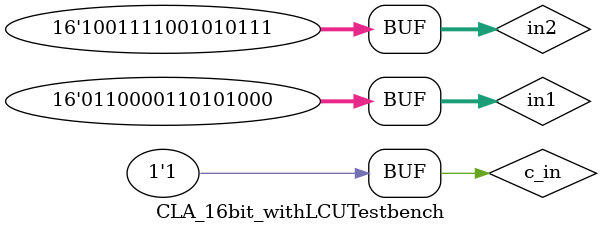
<source format=v>
`timescale 1ns / 1ps

/*
    Assignment Number: 1
    Problem Number: 2 Carry Look-ahead Adder
    Semester Number: 5
    Group Number: 1 
    Group Members: Animesh Jha(19CS10070), Nisarg Upadhyaya (19CS30031)
*/
////////////////////////////////////////////////////////////////////////////////

module CLA_16bit_withLCUTestbench;

	// Inputs
	reg [15:0] in1;
	reg [15:0] in2;
	reg c_in;

	// Outputs
	wire [15:0] sum;
	wire c_out;
	wire p;
	wire g;

	// Instantiate the Unit Under Test (UUT)
	CLA_16bit_withLCU uut (
		.in1(in1), 
		.in2(in2), 
		.c_in(c_in), 
		.sum(sum), 
		.c_out(c_out), 
		.p(p), 
		.g(g)
	);

	initial begin
		$monitor ("in1 = %d, in2 = %d, c_in = %d, sum = %d, c_out = %d", in1, in2, c_in, sum, c_out);
		// Initialize Inputs
		in1 = 16'd3245; in2 = 16'd16785; c_in = 0;
		#100;
		in1 = 16'd3245; in2 = 16'd16785; c_in = 1;
		#100;
		in1 = 16'd25000; in2 = 16'd40535; c_in = 0;
		#100;
		in1 = 16'd25001; in2 = 16'd40535; c_in = 0;
		#100;
		in1 = 16'd25000; in2 = 16'd40535; c_in = 1;
	end
      
endmodule


</source>
